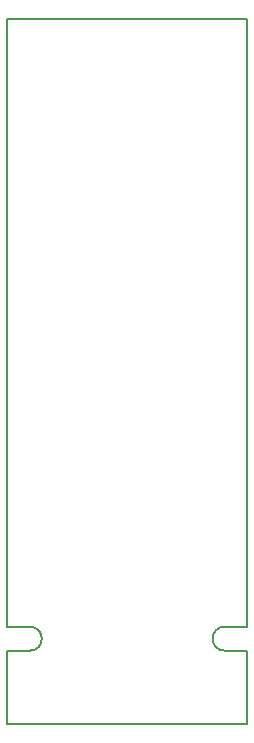
<source format=gm1>
G04 #@! TF.GenerationSoftware,KiCad,Pcbnew,5.1.8-db9833491~88~ubuntu20.04.1*
G04 #@! TF.CreationDate,2021-01-17T16:25:24+01:00*
G04 #@! TF.ProjectId,Pic32MxRedFox,50696333-324d-4785-9265-64466f782e6b,Rev2*
G04 #@! TF.SameCoordinates,PX5faea10PY8eeaea0*
G04 #@! TF.FileFunction,Profile,NP*
%FSLAX46Y46*%
G04 Gerber Fmt 4.6, Leading zero omitted, Abs format (unit mm)*
G04 Created by KiCad (PCBNEW 5.1.8-db9833491~88~ubuntu20.04.1) date 2021-01-17 16:25:24*
%MOMM*%
%LPD*%
G01*
G04 APERTURE LIST*
G04 #@! TA.AperFunction,Profile*
%ADD10C,0.200000*%
G04 #@! TD*
G04 APERTURE END LIST*
D10*
X18415000Y6223000D02*
G75*
G02*
X18415000Y8255000I0J1016000D01*
G01*
X1905000Y6223000D02*
G75*
G03*
X1905000Y8255000I0J1016000D01*
G01*
X18415000Y8255000D02*
X20320000Y8255000D01*
X20320000Y6223000D02*
X18415000Y6223000D01*
X20320000Y0D02*
X20320000Y6223000D01*
X0Y0D02*
X20320000Y0D01*
X0Y6223000D02*
X0Y0D01*
X1905000Y6223000D02*
X0Y6223000D01*
X0Y8255000D02*
X1905000Y8255000D01*
X0Y8255000D02*
X0Y59690000D01*
X20320000Y59690000D02*
X20320000Y8255000D01*
X0Y59690000D02*
X20320000Y59690000D01*
M02*

</source>
